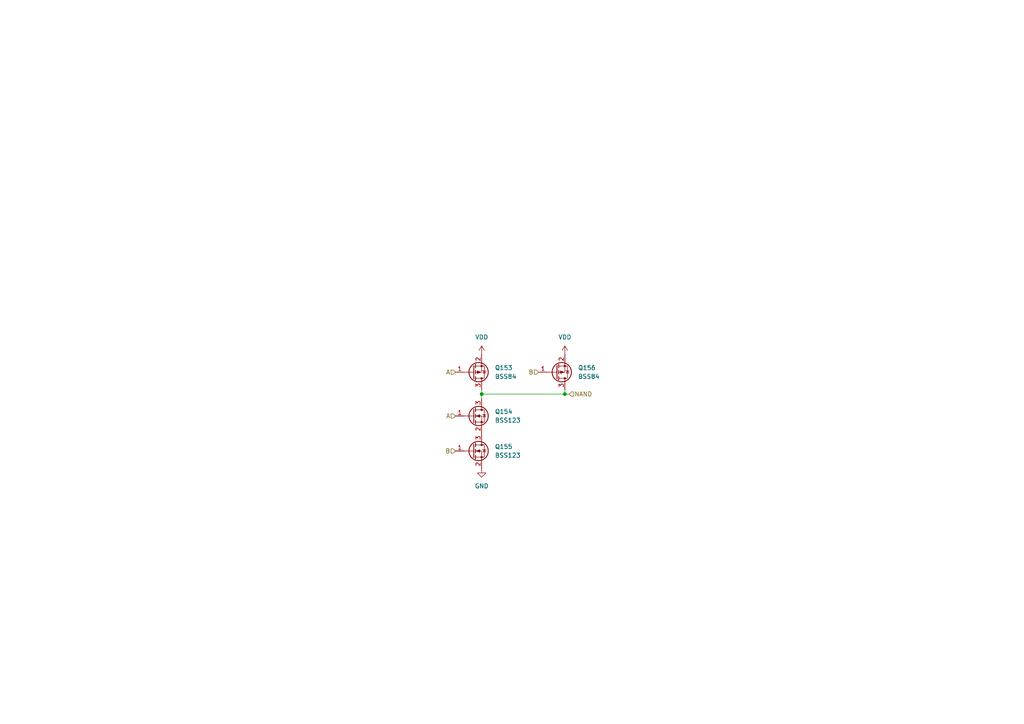
<source format=kicad_sch>
(kicad_sch (version 20250114) (generator "eeschema") (generator_version "9.0")
  (paper "A4")
  (lib_symbols
    (symbol "Transistor_FET:BSS123" (pin_names (hide yes))
      (property "Reference" "Q" (at 5.08 1.905 0))
      (property "Value" "BSS123" (at 5.08 0 0))
      (symbol "BSS123_0_1"
        (polyline (pts (xy 0.254 1.905) (xy 0.254 -1.905)) (stroke (width 0.254)))
        (polyline (pts (xy 0.254 0) (xy -2.54 0)))
        (polyline (pts (xy 0.762 2.286) (xy 0.762 1.27)) (stroke (width 0.254)))
        (polyline (pts (xy 0.762 0.508) (xy 0.762 -0.508)) (stroke (width 0.254)))
        (polyline (pts (xy 0.762 -1.27) (xy 0.762 -2.286)) (stroke (width 0.254)))
        (polyline (pts (xy 0.762 -1.778) (xy 3.302 -1.778) (xy 3.302 1.778) (xy 0.762 1.778)))
        (polyline (pts (xy 1.016 0) (xy 2.032 0.381) (xy 2.032 -0.381) (xy 1.016 0)) (fill (type outline)))
        (circle (center 1.651 0) (radius 2.794) (stroke (width 0.254)))
        (polyline (pts (xy 2.54 2.54) (xy 2.54 1.778)))
        (circle (center 2.54 1.778) (radius 0.254) (fill (type outline)))
        (circle (center 2.54 -1.778) (radius 0.254) (fill (type outline)))
        (polyline (pts (xy 2.54 -2.54) (xy 2.54 0) (xy 0.762 0)))
        (polyline (pts (xy 2.794 0.508) (xy 2.921 0.381) (xy 3.683 0.381) (xy 3.81 0.254)))
        (polyline (pts (xy 3.302 0.381) (xy 2.921 -0.254) (xy 3.683 -0.254) (xy 3.302 0.381)))
      )
      (symbol "BSS123_1_1"
        (pin input line (at -5.08 0 0) (length 2.54) (name "G") (number "1"))
        (pin passive line (at 2.54 5.08 270) (length 2.54) (name "D") (number "3"))
        (pin passive line (at 2.54 -5.08 90) (length 2.54) (name "S") (number "2"))
      )
    )
    (symbol "Transistor_FET:BSS84" (pin_names (hide yes))
      (property "Reference" "Q" (at 5.08 1.905 0))
      (property "Value" "BSS84" (at 5.08 0 0))
      (symbol "BSS84_0_1"
        (polyline (pts (xy 0.254 1.905) (xy 0.254 -1.905)) (stroke (width 0.254)))
        (polyline (pts (xy 0.254 0) (xy -2.54 0)))
        (polyline (pts (xy 0.762 2.286) (xy 0.762 1.27)) (stroke (width 0.254)))
        (polyline (pts (xy 0.762 1.778) (xy 3.302 1.778) (xy 3.302 -1.778) (xy 0.762 -1.778)))
        (polyline (pts (xy 0.762 0.508) (xy 0.762 -0.508)) (stroke (width 0.254)))
        (polyline (pts (xy 0.762 -1.27) (xy 0.762 -2.286)) (stroke (width 0.254)))
        (circle (center 1.651 0) (radius 2.794) (stroke (width 0.254)))
        (polyline (pts (xy 2.286 0) (xy 1.27 0.381) (xy 1.27 -0.381) (xy 2.286 0)) (fill (type outline)))
        (polyline (pts (xy 2.54 2.54) (xy 2.54 1.778)))
        (circle (center 2.54 1.778) (radius 0.254) (fill (type outline)))
        (circle (center 2.54 -1.778) (radius 0.254) (fill (type outline)))
        (polyline (pts (xy 2.54 -2.54) (xy 2.54 0) (xy 0.762 0)))
        (polyline (pts (xy 2.794 -0.508) (xy 2.921 -0.381) (xy 3.683 -0.381) (xy 3.81 -0.254)))
        (polyline (pts (xy 3.302 -0.381) (xy 2.921 0.254) (xy 3.683 0.254) (xy 3.302 -0.381)))
      )
      (symbol "BSS84_1_1"
        (pin input line (at -5.08 0 0) (length 2.54) (name "G") (number "1"))
        (pin passive line (at 2.54 5.08 270) (length 2.54) (name "D") (number "3"))
        (pin passive line (at 2.54 -5.08 90) (length 2.54) (name "S") (number "2"))
      )
    )
    (symbol "power:GND" (power) (pin_numbers (hide yes)) (pin_names (offset 0) (hide yes))
      (property "Value" "GND" (at 0 -3.81 0))
      (symbol "GND_0_1"
        (polyline (pts (xy 0 0) (xy 0 -1.27) (xy 1.27 -1.27) (xy 0 -2.54) (xy -1.27 -1.27) (xy 0 -1.27)))
      )
      (symbol "GND_1_1"
        (pin power_in line (at 0 0 270) (length 0) (name "~") (number "1"))
      )
    )
    (symbol "power:VDD" (power) (pin_numbers (hide yes)) (pin_names (offset 0) (hide yes))
      (property "Value" "VDD" (at 0 3.556 0))
      (symbol "VDD_0_1"
        (polyline (pts (xy -0.762 1.27) (xy 0 2.54)))
        (polyline (pts (xy 0 2.54) (xy 0.762 1.27)))
        (polyline (pts (xy 0 0) (xy 0 2.54)))
      )
      (symbol "VDD_1_1"
        (pin power_in line (at 0 0 90) (length 0) (name "~") (number "1"))
      )
    )
  )
  (junction (at 163.83 114.3))
  (junction (at 139.7 114.3))
  (wire (pts (xy 163.83 114.3) (xy 165.1 114.3)))
  (wire (pts (xy 163.83 113.03) (xy 163.83 114.3)))
  (wire (pts (xy 139.7 114.3) (xy 139.7 115.57)))
  (wire (pts (xy 139.7 114.3) (xy 163.83 114.3)))
  (wire (pts (xy 139.7 113.03) (xy 139.7 114.3)))
  (hierarchical_label "A" (shape input) (at 132.08 120.65 180))
  (hierarchical_label "NAND" (shape input) (at 165.1 114.3 0))
  (hierarchical_label "B" (shape input) (at 132.08 130.81 180))
  (hierarchical_label "B" (shape input) (at 156.21 107.95 180))
  (hierarchical_label "A" (shape input) (at 132.08 107.95 180))
  (symbol (lib_id "Transistor_FET:BSS84") (at 137.16 107.95 0) (mirror x) (unit 1)
    (property "Reference" "Q1" (at 143.51 106.6799 0) (effects (justify left)))
    (property "Value" "BSS84" (at 143.51 109.2199 0) (effects (justify left)))
    (property "Footprint" "Package_TO_SOT_SMD:SOT-23" (effects (hide yes)))
    (property "Datasheet" "http://assets.nexperia.com/documents/data-sheet/BSS84.pdf" (effects (hide yes)))
    (property "Description" "-0.13A Id, -50V Vds, P-Channel MOSFET, SOT-23" (effects (hide yes)))
    (instances (project "hera" (path "" (reference "Q153") (unit 1)) (path "" (reference "Q177") (unit 1)) (path "" (reference "Q173") (unit 1)) (path "" (reference "Q161") (unit 1)) (path "" (reference "Q1") (unit 1)) (path "" (reference "Q169") (unit 1)) (path "" (reference "Q165") (unit 1)) (path "" (reference "Q735") (unit 1)) (path "" (reference "Q645") (unit 1)) (path "" (reference "Q573") (unit 1)) (path "" (reference "Q609") (unit 1)) (path "" (reference "Q753") (unit 1)) (path "" (reference "Q771") (unit 1)) (path "" (reference "Q555") (unit 1)) (path "" (reference "Q591") (unit 1)) (path "" (reference "Q627") (unit 1)) (path "" (reference "Q681") (unit 1)) (path "" (reference "Q537") (unit 1)) (path "" (reference "Q501") (unit 1)) (path "" (reference "Q699") (unit 1)) (path "" (reference "Q717") (unit 1)) (path "" (reference "Q519") (unit 1)) (path "" (reference "Q663") (unit 1))))
  )
  (symbol (lib_id "Transistor_FET:BSS84") (at 161.29 107.95 0) (mirror x) (unit 1)
    (property "Reference" "Q8" (at 167.64 106.6799 0) (effects (justify left)))
    (property "Value" "BSS84" (at 167.64 109.2199 0) (effects (justify left)))
    (property "Footprint" "Package_TO_SOT_SMD:SOT-23" (effects (hide yes)))
    (property "Datasheet" "http://assets.nexperia.com/documents/data-sheet/BSS84.pdf" (effects (hide yes)))
    (property "Description" "-0.13A Id, -50V Vds, P-Channel MOSFET, SOT-23" (effects (hide yes)))
    (instances (project "hera" (path "" (reference "Q156") (unit 1)) (path "" (reference "Q180") (unit 1)) (path "" (reference "Q176") (unit 1)) (path "" (reference "Q164") (unit 1)) (path "" (reference "Q8") (unit 1)) (path "" (reference "Q172") (unit 1)) (path "" (reference "Q168") (unit 1)) (path "" (reference "Q738") (unit 1)) (path "" (reference "Q648") (unit 1)) (path "" (reference "Q576") (unit 1)) (path "" (reference "Q612") (unit 1)) (path "" (reference "Q756") (unit 1)) (path "" (reference "Q774") (unit 1)) (path "" (reference "Q558") (unit 1)) (path "" (reference "Q594") (unit 1)) (path "" (reference "Q630") (unit 1)) (path "" (reference "Q684") (unit 1)) (path "" (reference "Q540") (unit 1)) (path "" (reference "Q504") (unit 1)) (path "" (reference "Q702") (unit 1)) (path "" (reference "Q720") (unit 1)) (path "" (reference "Q522") (unit 1)) (path "" (reference "Q666") (unit 1))))
  )
  (symbol (lib_id "power:GND") (at 139.7 135.89 0) (unit 1)
    (property "Reference" "#PWR02" (effects (hide yes)))
    (property "Value" "GND" (at 139.7 140.97 0))
    (property "Description" "Power symbol creates a global label with name \"GND\" , ground" (effects (hide yes)))
    (instances (project "hera" (path "" (reference "#PWR0119") (unit 1)) (path "" (reference "#PWR0138") (unit 1)) (path "" (reference "#PWR0135") (unit 1)) (path "" (reference "#PWR0127") (unit 1)) (path "" (reference "#PWR02") (unit 1)) (path "" (reference "#PWR0133") (unit 1)) (path "" (reference "#PWR0130") (unit 1)) (path "" (reference "#PWR0554") (unit 1)) (path "" (reference "#PWR0489") (unit 1)) (path "" (reference "#PWR0437") (unit 1)) (path "" (reference "#PWR0463") (unit 1)) (path "" (reference "#PWR0567") (unit 1)) (path "" (reference "#PWR0580") (unit 1)) (path "" (reference "#PWR0424") (unit 1)) (path "" (reference "#PWR0450") (unit 1)) (path "" (reference "#PWR0476") (unit 1)) (path "" (reference "#PWR0515") (unit 1)) (path "" (reference "#PWR0411") (unit 1)) (path "" (reference "#PWR0385") (unit 1)) (path "" (reference "#PWR0528") (unit 1)) (path "" (reference "#PWR0541") (unit 1)) (path "" (reference "#PWR0398") (unit 1)) (path "" (reference "#PWR0502") (unit 1))))
  )
  (symbol (lib_id "power:VDD") (at 163.83 102.87 0) (unit 1)
    (property "Reference" "#PWR04" (effects (hide yes)))
    (property "Value" "VDD" (at 163.83 97.79 0))
    (property "Description" "Power symbol creates a global label with name \"VDD\"" (effects (hide yes)))
    (instances (project "hera" (path "" (reference "#PWR0120") (unit 1)) (path "" (reference "#PWR0139") (unit 1)) (path "" (reference "#PWR0136") (unit 1)) (path "" (reference "#PWR0128") (unit 1)) (path "" (reference "#PWR04") (unit 1)) (path "" (reference "#PWR0134") (unit 1)) (path "" (reference "#PWR0131") (unit 1)) (path "" (reference "#PWR0555") (unit 1)) (path "" (reference "#PWR0490") (unit 1)) (path "" (reference "#PWR0438") (unit 1)) (path "" (reference "#PWR0464") (unit 1)) (path "" (reference "#PWR0568") (unit 1)) (path "" (reference "#PWR0581") (unit 1)) (path "" (reference "#PWR0425") (unit 1)) (path "" (reference "#PWR0451") (unit 1)) (path "" (reference "#PWR0477") (unit 1)) (path "" (reference "#PWR0516") (unit 1)) (path "" (reference "#PWR0412") (unit 1)) (path "" (reference "#PWR0386") (unit 1)) (path "" (reference "#PWR0529") (unit 1)) (path "" (reference "#PWR0542") (unit 1)) (path "" (reference "#PWR0399") (unit 1)) (path "" (reference "#PWR0503") (unit 1))))
  )
  (symbol (lib_id "Transistor_FET:BSS123") (at 137.16 130.81 0) (unit 1)
    (property "Reference" "Q7" (at 143.51 129.5399 0) (effects (justify left)))
    (property "Value" "BSS123" (at 143.51 132.0799 0) (effects (justify left)))
    (property "Footprint" "Package_TO_SOT_SMD:SOT-23" (effects (hide yes)))
    (property "Datasheet" "http://www.diodes.com/assets/Datasheets/ds30366.pdf" (effects (hide yes)))
    (property "Description" "0.17A Id, 100V Vds, N-Channel MOSFET, SOT-23" (effects (hide yes)))
    (instances (project "hera" (path "" (reference "Q155") (unit 1)) (path "" (reference "Q179") (unit 1)) (path "" (reference "Q175") (unit 1)) (path "" (reference "Q163") (unit 1)) (path "" (reference "Q7") (unit 1)) (path "" (reference "Q171") (unit 1)) (path "" (reference "Q167") (unit 1)) (path "" (reference "Q737") (unit 1)) (path "" (reference "Q647") (unit 1)) (path "" (reference "Q575") (unit 1)) (path "" (reference "Q611") (unit 1)) (path "" (reference "Q755") (unit 1)) (path "" (reference "Q773") (unit 1)) (path "" (reference "Q557") (unit 1)) (path "" (reference "Q593") (unit 1)) (path "" (reference "Q629") (unit 1)) (path "" (reference "Q683") (unit 1)) (path "" (reference "Q539") (unit 1)) (path "" (reference "Q503") (unit 1)) (path "" (reference "Q701") (unit 1)) (path "" (reference "Q719") (unit 1)) (path "" (reference "Q521") (unit 1)) (path "" (reference "Q665") (unit 1))))
  )
  (symbol (lib_id "Transistor_FET:BSS123") (at 137.16 120.65 0) (unit 1)
    (property "Reference" "Q2" (at 143.51 119.3799 0) (effects (justify left)))
    (property "Value" "BSS123" (at 143.51 121.9199 0) (effects (justify left)))
    (property "Footprint" "Package_TO_SOT_SMD:SOT-23" (effects (hide yes)))
    (property "Datasheet" "http://www.diodes.com/assets/Datasheets/ds30366.pdf" (effects (hide yes)))
    (property "Description" "0.17A Id, 100V Vds, N-Channel MOSFET, SOT-23" (effects (hide yes)))
    (instances (project "hera" (path "" (reference "Q154") (unit 1)) (path "" (reference "Q178") (unit 1)) (path "" (reference "Q174") (unit 1)) (path "" (reference "Q162") (unit 1)) (path "" (reference "Q2") (unit 1)) (path "" (reference "Q170") (unit 1)) (path "" (reference "Q166") (unit 1)) (path "" (reference "Q736") (unit 1)) (path "" (reference "Q646") (unit 1)) (path "" (reference "Q574") (unit 1)) (path "" (reference "Q610") (unit 1)) (path "" (reference "Q754") (unit 1)) (path "" (reference "Q772") (unit 1)) (path "" (reference "Q556") (unit 1)) (path "" (reference "Q592") (unit 1)) (path "" (reference "Q628") (unit 1)) (path "" (reference "Q682") (unit 1)) (path "" (reference "Q538") (unit 1)) (path "" (reference "Q502") (unit 1)) (path "" (reference "Q700") (unit 1)) (path "" (reference "Q718") (unit 1)) (path "" (reference "Q520") (unit 1)) (path "" (reference "Q664") (unit 1))))
  )
  (symbol (lib_id "power:VDD") (at 139.7 102.87 0) (unit 1)
    (property "Reference" "#PWR01" (effects (hide yes)))
    (property "Value" "VDD" (at 139.7 97.79 0))
    (property "Description" "Power symbol creates a global label with name \"VDD\"" (effects (hide yes)))
    (instances (project "hera" (path "" (reference "#PWR0118") (unit 1)) (path "" (reference "#PWR0137") (unit 1)) (path "" (reference "#PWR0121") (unit 1)) (path "" (reference "#PWR0126") (unit 1)) (path "" (reference "#PWR01") (unit 1)) (path "" (reference "#PWR0132") (unit 1)) (path "" (reference "#PWR0129") (unit 1)) (path "" (reference "#PWR0553") (unit 1)) (path "" (reference "#PWR0488") (unit 1)) (path "" (reference "#PWR0436") (unit 1)) (path "" (reference "#PWR0462") (unit 1)) (path "" (reference "#PWR0566") (unit 1)) (path "" (reference "#PWR0579") (unit 1)) (path "" (reference "#PWR0423") (unit 1)) (path "" (reference "#PWR0449") (unit 1)) (path "" (reference "#PWR0475") (unit 1)) (path "" (reference "#PWR0514") (unit 1)) (path "" (reference "#PWR0410") (unit 1)) (path "" (reference "#PWR0384") (unit 1)) (path "" (reference "#PWR0527") (unit 1)) (path "" (reference "#PWR0540") (unit 1)) (path "" (reference "#PWR0397") (unit 1)) (path "" (reference "#PWR0501") (unit 1))))
  )
)
</source>
